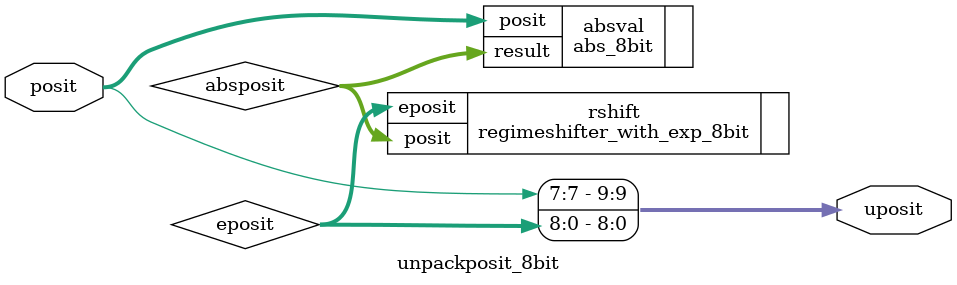
<source format=v>
module unpackposit_8bit(
  input  [7:0] posit,
  output [9:0] uposit);

  wire [7:0] absposit;
  wire [8:0] eposit;

  abs_8bit absval(
    .posit	(posit),
    .result (absposit));

  regimeshifter_with_exp_8bit rshift(
    .posit (absposit),
    .eposit (eposit));

  assign uposit[8:0] = eposit[8:0];
  assign uposit[9] = posit[7];
endmodule

</source>
